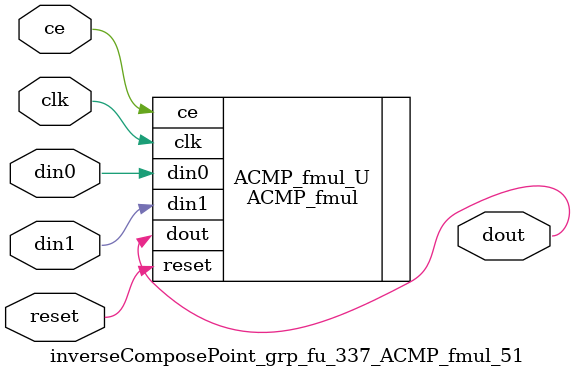
<source format=v>

`timescale 1 ns / 1 ps
module inverseComposePoint_grp_fu_337_ACMP_fmul_51(
    clk,
    reset,
    ce,
    din0,
    din1,
    dout);

parameter ID = 32'd1;
parameter NUM_STAGE = 32'd1;
parameter din0_WIDTH = 32'd1;
parameter din1_WIDTH = 32'd1;
parameter dout_WIDTH = 32'd1;
input clk;
input reset;
input ce;
input[din0_WIDTH - 1:0] din0;
input[din1_WIDTH - 1:0] din1;
output[dout_WIDTH - 1:0] dout;



ACMP_fmul #(
.ID( ID ),
.NUM_STAGE( 4 ),
.din0_WIDTH( din0_WIDTH ),
.din1_WIDTH( din1_WIDTH ),
.dout_WIDTH( dout_WIDTH ))
ACMP_fmul_U(
    .clk( clk ),
    .reset( reset ),
    .ce( ce ),
    .din0( din0 ),
    .din1( din1 ),
    .dout( dout ));

endmodule

</source>
